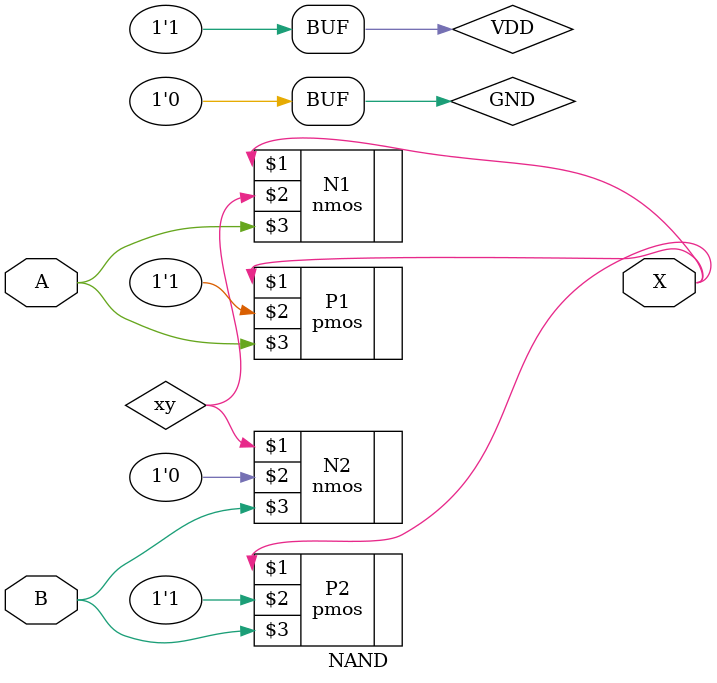
<source format=v>


 module NAND (X, A, B);
    
    input A, B;
    output X;
    supply0 GND;
    supply1 VDD;
    wire xy;

    pmos P1 ( X, VDD, A);
    pmos P2 ( X, VDD, B);

    nmos N1 ( X,xy, A);
    nmos N2 ( xy, GND, B);
  
 endmodule

</source>
